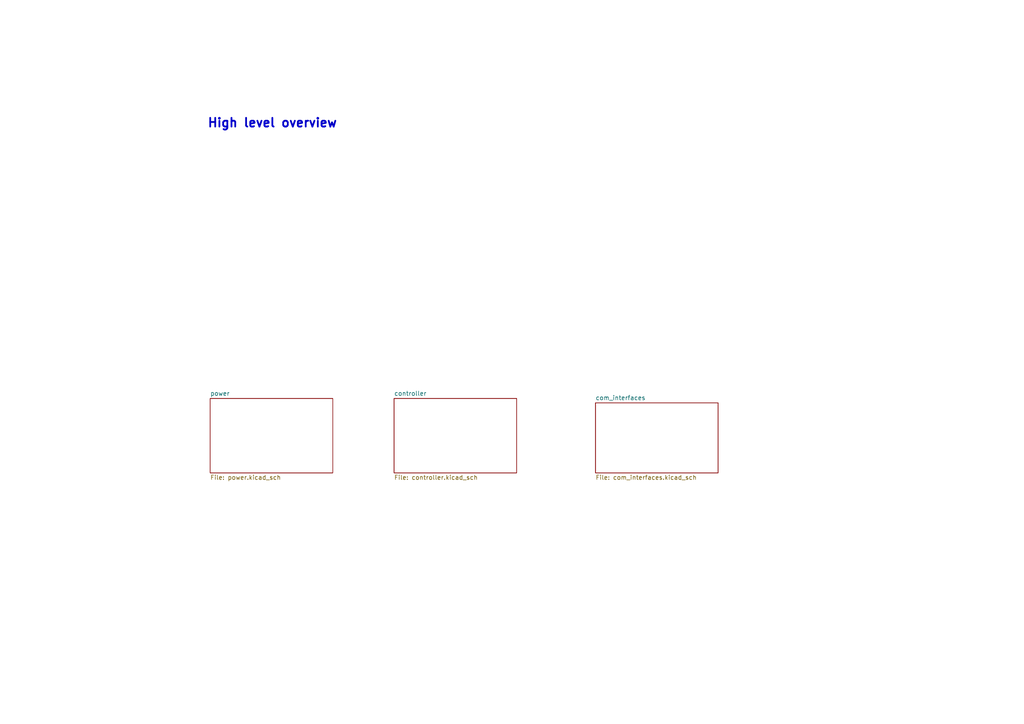
<source format=kicad_sch>
(kicad_sch
	(version 20231120)
	(generator "eeschema")
	(generator_version "8.0")
	(uuid "3de317ca-1dad-48e6-a70d-ef8644bc7ddd")
	(paper "A4")
	(lib_symbols)
	(text "High level overview"
		(exclude_from_sim no)
		(at 78.994 35.814 0)
		(effects
			(font
				(size 2.54 2.54)
				(thickness 0.508)
				(bold yes)
			)
		)
		(uuid "f85ff0c0-0b07-4a83-a787-61b3ebf6b557")
	)
	(sheet
		(at 114.3 115.57)
		(size 35.56 21.59)
		(fields_autoplaced yes)
		(stroke
			(width 0.1524)
			(type solid)
		)
		(fill
			(color 0 0 0 0.0000)
		)
		(uuid "09a89d03-3aa9-4085-930e-9d90e57bc50f")
		(property "Sheetname" "controller"
			(at 114.3 114.8584 0)
			(effects
				(font
					(size 1.27 1.27)
				)
				(justify left bottom)
			)
		)
		(property "Sheetfile" "controller.kicad_sch"
			(at 114.3 137.7446 0)
			(effects
				(font
					(size 1.27 1.27)
				)
				(justify left top)
			)
		)
		(instances
			(project "esp32_controller"
				(path "/3de317ca-1dad-48e6-a70d-ef8644bc7ddd"
					(page "3")
				)
			)
		)
	)
	(sheet
		(at 60.96 115.57)
		(size 35.56 21.59)
		(fields_autoplaced yes)
		(stroke
			(width 0.1524)
			(type solid)
		)
		(fill
			(color 0 0 0 0.0000)
		)
		(uuid "4b4243d5-1d4c-4f26-8b70-8bb66f44297e")
		(property "Sheetname" "power"
			(at 60.96 114.8584 0)
			(effects
				(font
					(size 1.27 1.27)
				)
				(justify left bottom)
			)
		)
		(property "Sheetfile" "power.kicad_sch"
			(at 60.96 137.7446 0)
			(effects
				(font
					(size 1.27 1.27)
				)
				(justify left top)
			)
		)
		(instances
			(project "esp32_controller"
				(path "/3de317ca-1dad-48e6-a70d-ef8644bc7ddd"
					(page "2")
				)
			)
		)
	)
	(sheet
		(at 172.72 116.84)
		(size 35.56 20.32)
		(fields_autoplaced yes)
		(stroke
			(width 0.1524)
			(type solid)
		)
		(fill
			(color 0 0 0 0.0000)
		)
		(uuid "dec7daf5-2e99-44c5-ac2e-10c26c994182")
		(property "Sheetname" "com_interfaces"
			(at 172.72 116.1284 0)
			(effects
				(font
					(size 1.27 1.27)
				)
				(justify left bottom)
			)
		)
		(property "Sheetfile" "com_interfaces.kicad_sch"
			(at 172.72 137.7446 0)
			(effects
				(font
					(size 1.27 1.27)
				)
				(justify left top)
			)
		)
		(instances
			(project "esp32_controller"
				(path "/3de317ca-1dad-48e6-a70d-ef8644bc7ddd"
					(page "4")
				)
			)
		)
	)
	(sheet_instances
		(path "/"
			(page "1")
		)
	)
)
</source>
